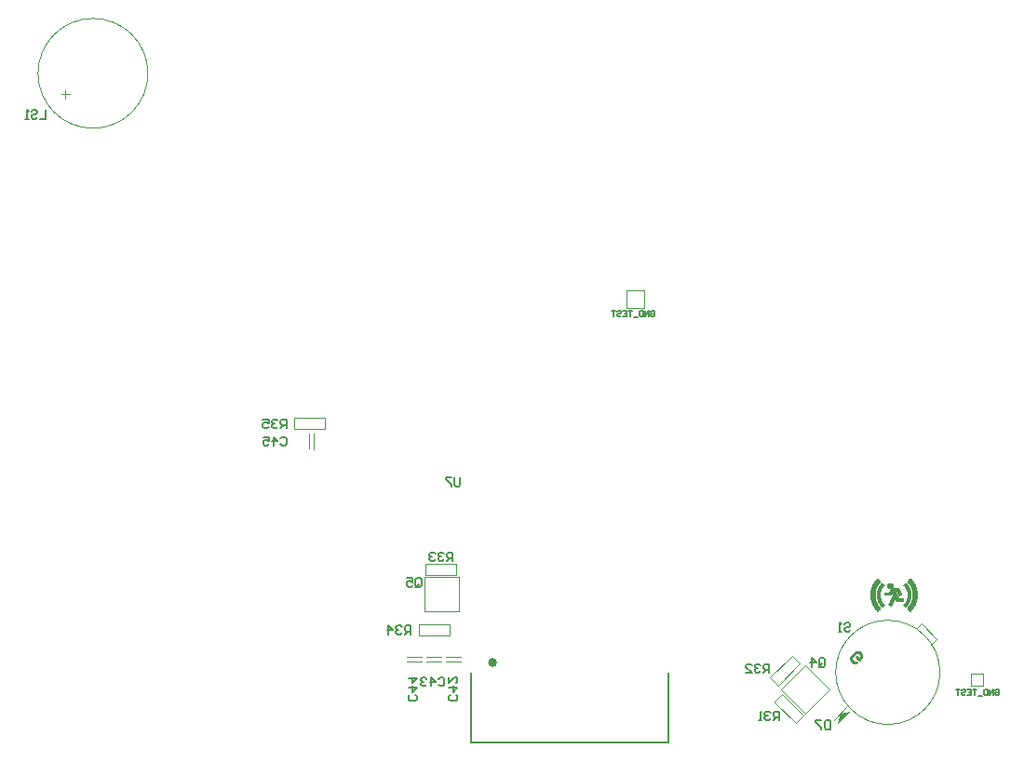
<source format=gbo>
G04*
G04 #@! TF.GenerationSoftware,Altium Limited,Altium Designer,23.7.1 (13)*
G04*
G04 Layer_Color=32896*
%FSLAX25Y25*%
%MOIN*%
G70*
G04*
G04 #@! TF.SameCoordinates,AA4D2978-76EA-46CB-BF31-C62278C5BCD9*
G04*
G04*
G04 #@! TF.FilePolarity,Positive*
G04*
G01*
G75*
%ADD11C,0.00394*%
%ADD12C,0.00787*%
%ADD15C,0.01000*%
%ADD22C,0.00591*%
%ADD207C,0.01575*%
%ADD208C,0.00092*%
G36*
X298173Y14631D02*
X293719Y10177D01*
X294554Y13796D01*
X298173Y14631D01*
D02*
G37*
D11*
X46685Y243200D02*
G03*
X46685Y243200I-19685J0D01*
G01*
X330271Y28600D02*
G03*
X330271Y28600I-18671J0D01*
G01*
X345750Y23750D02*
Y28200D01*
X341250Y23750D02*
X345750D01*
X341250D02*
Y28200D01*
X345750D01*
X218100Y165400D02*
X224300D01*
Y159200D02*
Y165400D01*
X218100Y159200D02*
X224300D01*
X218100D02*
Y165400D01*
X15583Y235720D02*
X18732D01*
X17157Y234145D02*
Y237295D01*
X143638Y41732D02*
X144032D01*
X143638D02*
Y45669D01*
X154661D01*
Y41732D02*
Y45669D01*
X144032Y41732D02*
X154661D01*
X139244Y34247D02*
X144756D01*
X139213Y32610D02*
X144725D01*
X146244Y34247D02*
X151756D01*
X146213Y32610D02*
X151725D01*
X153244Y34247D02*
X158756D01*
X153213Y32610D02*
X158725D01*
X145851Y50494D02*
Y62699D01*
X158055D01*
Y50494D02*
Y62699D01*
X145851Y50494D02*
X158055D01*
X156768Y67418D02*
X157162D01*
Y63481D02*
Y67418D01*
X146138Y63481D02*
X157162D01*
X146138D02*
Y67418D01*
X156768D01*
X327190Y38622D02*
X329138Y40571D01*
X323571Y46139D02*
X329138Y40571D01*
X321900Y44468D02*
X323571Y46139D01*
X292327Y11569D02*
X296781Y16023D01*
X271162Y17854D02*
X278678Y10338D01*
X281462Y13122D01*
X273667Y20917D02*
X281462Y13122D01*
X270883Y18133D02*
X273667Y20917D01*
X270883Y18133D02*
X271162Y17854D01*
X281961Y13791D02*
X290591Y22421D01*
X281961Y31051D02*
X290591Y22421D01*
X273331D02*
X281961Y31051D01*
X273331Y22421D02*
X281961Y13791D01*
X269511Y26744D02*
X277027Y34261D01*
X269511Y26744D02*
X272294Y23961D01*
X280089Y31756D01*
X277306Y34539D02*
X280089Y31756D01*
X277027Y34261D02*
X277306Y34539D01*
X98988Y119668D02*
X109618D01*
X98988Y115732D02*
Y119668D01*
Y115732D02*
X110012D01*
Y119668D01*
X109618D02*
X110012D01*
X104240Y108676D02*
Y114187D01*
X105878Y108644D02*
Y114156D01*
D12*
X162222Y3379D02*
X233088D01*
Y28576D01*
X162222Y3379D02*
Y28576D01*
X158524Y98374D02*
Y95750D01*
X157999Y95226D01*
X156949D01*
X156425Y95750D01*
Y98374D01*
X155375D02*
X153276D01*
Y97850D01*
X155375Y95750D01*
Y95226D01*
X296100Y45799D02*
X296625Y46324D01*
X297674D01*
X298199Y45799D01*
Y45275D01*
X297674Y44750D01*
X296625D01*
X296100Y44225D01*
Y43701D01*
X296625Y43176D01*
X297674D01*
X298199Y43701D01*
X295051Y43176D02*
X294001D01*
X294526D01*
Y46324D01*
X295051Y45799D01*
X269198Y28476D02*
Y31624D01*
X267624D01*
X267099Y31100D01*
Y30050D01*
X267624Y29525D01*
X269198D01*
X268149D02*
X267099Y28476D01*
X266050Y31100D02*
X265525Y31624D01*
X264475D01*
X263950Y31100D01*
Y30575D01*
X264475Y30050D01*
X265000D01*
X264475D01*
X263950Y29525D01*
Y29000D01*
X264475Y28476D01*
X265525D01*
X266050Y29000D01*
X260802Y28476D02*
X262901D01*
X260802Y30575D01*
Y31100D01*
X261327Y31624D01*
X262376D01*
X262901Y31100D01*
X272773Y11476D02*
Y14624D01*
X271199D01*
X270674Y14099D01*
Y13050D01*
X271199Y12525D01*
X272773D01*
X271724D02*
X270674Y11476D01*
X269625Y14099D02*
X269100Y14624D01*
X268051D01*
X267526Y14099D01*
Y13575D01*
X268051Y13050D01*
X268575D01*
X268051D01*
X267526Y12525D01*
Y12000D01*
X268051Y11476D01*
X269100D01*
X269625Y12000D01*
X266476Y11476D02*
X265427D01*
X265951D01*
Y14624D01*
X266476Y14099D01*
X155848Y68476D02*
Y71624D01*
X154274D01*
X153749Y71100D01*
Y70050D01*
X154274Y69525D01*
X155848D01*
X154799D02*
X153749Y68476D01*
X152699Y71100D02*
X152175Y71624D01*
X151125D01*
X150601Y71100D01*
Y70575D01*
X151125Y70050D01*
X151650D01*
X151125D01*
X150601Y69525D01*
Y69001D01*
X151125Y68476D01*
X152175D01*
X152699Y69001D01*
X149551Y71100D02*
X149026Y71624D01*
X147977D01*
X147452Y71100D01*
Y70575D01*
X147977Y70050D01*
X148501D01*
X147977D01*
X147452Y69525D01*
Y69001D01*
X147977Y68476D01*
X149026D01*
X149551Y69001D01*
X96262Y116100D02*
Y119249D01*
X94688D01*
X94163Y118724D01*
Y117674D01*
X94688Y117149D01*
X96262D01*
X95213D02*
X94163Y116100D01*
X93114Y118724D02*
X92589Y119249D01*
X91540D01*
X91015Y118724D01*
Y118199D01*
X91540Y117674D01*
X92064D01*
X91540D01*
X91015Y117149D01*
Y116625D01*
X91540Y116100D01*
X92589D01*
X93114Y116625D01*
X87866Y119249D02*
X89965D01*
Y117674D01*
X88916Y118199D01*
X88391D01*
X87866Y117674D01*
Y116625D01*
X88391Y116100D01*
X89440D01*
X89965Y116625D01*
X140698Y42226D02*
Y45374D01*
X139124D01*
X138599Y44850D01*
Y43800D01*
X139124Y43275D01*
X140698D01*
X139649D02*
X138599Y42226D01*
X137549Y44850D02*
X137025Y45374D01*
X135975D01*
X135450Y44850D01*
Y44325D01*
X135975Y43800D01*
X136500D01*
X135975D01*
X135450Y43275D01*
Y42750D01*
X135975Y42226D01*
X137025D01*
X137549Y42750D01*
X132827Y42226D02*
Y45374D01*
X134401Y43800D01*
X132302D01*
X286975Y31150D02*
Y33250D01*
X287499Y33774D01*
X288549D01*
X289074Y33250D01*
Y31150D01*
X288549Y30626D01*
X287499D01*
X288024Y31675D02*
X286975Y30626D01*
X287499D02*
X286975Y31150D01*
X284351Y30626D02*
Y33774D01*
X285925Y32200D01*
X283826D01*
X142525Y59750D02*
Y61849D01*
X143050Y62374D01*
X144099D01*
X144624Y61849D01*
Y59750D01*
X144099Y59226D01*
X143050D01*
X143574Y60275D02*
X142525Y59226D01*
X143050D02*
X142525Y59750D01*
X139376Y62374D02*
X141475D01*
Y60800D01*
X140426Y61325D01*
X139901D01*
X139376Y60800D01*
Y59750D01*
X139901Y59226D01*
X140951D01*
X141475Y59750D01*
X10173Y230124D02*
Y226976D01*
X8074D01*
X4926Y229599D02*
X5451Y230124D01*
X6500D01*
X7025Y229599D01*
Y229075D01*
X6500Y228550D01*
X5451D01*
X4926Y228025D01*
Y227501D01*
X5451Y226976D01*
X6500D01*
X7025Y227501D01*
X3876Y226976D02*
X2827D01*
X3351D01*
Y230124D01*
X3876Y229599D01*
X290974Y11424D02*
Y8276D01*
X289400D01*
X288875Y8800D01*
Y10899D01*
X289400Y11424D01*
X290974D01*
X287825D02*
X285726D01*
Y10899D01*
X287825Y8800D01*
Y8276D01*
X94201Y112424D02*
X94726Y112949D01*
X95775D01*
X96300Y112424D01*
Y110325D01*
X95775Y109800D01*
X94726D01*
X94201Y110325D01*
X91577Y109800D02*
Y112949D01*
X93151Y111374D01*
X91052D01*
X87904Y112949D02*
X90003D01*
Y111374D01*
X88953Y111899D01*
X88428D01*
X87904Y111374D01*
Y110325D01*
X88428Y109800D01*
X89478D01*
X90003Y110325D01*
X157000Y20551D02*
X157524Y20026D01*
Y18977D01*
X157000Y18452D01*
X154901D01*
X154376Y18977D01*
Y20026D01*
X154901Y20551D01*
X154376Y23175D02*
X157524D01*
X155950Y21600D01*
Y23699D01*
X154376Y26848D02*
Y24749D01*
X156475Y26848D01*
X157000D01*
X157524Y26323D01*
Y25274D01*
X157000Y24749D01*
X150699Y26300D02*
X151224Y26824D01*
X152273D01*
X152798Y26300D01*
Y24201D01*
X152273Y23676D01*
X151224D01*
X150699Y24201D01*
X148075Y23676D02*
Y26824D01*
X149650Y25250D01*
X147550D01*
X146501Y26300D02*
X145976Y26824D01*
X144927D01*
X144402Y26300D01*
Y25775D01*
X144927Y25250D01*
X145451D01*
X144927D01*
X144402Y24725D01*
Y24201D01*
X144927Y23676D01*
X145976D01*
X146501Y24201D01*
X142499Y20551D02*
X143024Y20026D01*
Y18977D01*
X142499Y18452D01*
X140401D01*
X139876Y18977D01*
Y20026D01*
X140401Y20551D01*
X139876Y23175D02*
X143024D01*
X141450Y21600D01*
Y23699D01*
X139876Y26323D02*
X143024D01*
X141450Y24749D01*
Y26848D01*
D15*
X300279Y32198D02*
X299351D01*
X298424Y33126D01*
Y34053D01*
X300279Y35909D01*
X301207D01*
X302134Y34981D01*
Y34053D01*
X301207Y33126D01*
X300279Y34053D01*
D22*
X349948Y22158D02*
X350275Y22486D01*
X350932D01*
X351259Y22158D01*
Y20846D01*
X350932Y20518D01*
X350275D01*
X349948Y20846D01*
Y21502D01*
X350604D01*
X349292Y20518D02*
Y22486D01*
X347980Y20518D01*
Y22486D01*
X347324D02*
Y20518D01*
X346340D01*
X346012Y20846D01*
Y22158D01*
X346340Y22486D01*
X347324D01*
X345356Y20190D02*
X344044D01*
X343388Y22486D02*
X342076D01*
X342732D01*
Y20518D01*
X340108Y22486D02*
X341420D01*
Y20518D01*
X340108D01*
X341420Y21502D02*
X340764D01*
X338140Y22158D02*
X338468Y22486D01*
X339124D01*
X339452Y22158D01*
Y21830D01*
X339124Y21502D01*
X338468D01*
X338140Y21174D01*
Y20846D01*
X338468Y20518D01*
X339124D01*
X339452Y20846D01*
X337484Y22486D02*
X336173D01*
X336828D01*
Y20518D01*
X226598Y157908D02*
X226925Y158236D01*
X227582D01*
X227909Y157908D01*
Y156597D01*
X227582Y156269D01*
X226925D01*
X226598Y156597D01*
Y157252D01*
X227254D01*
X225942Y156269D02*
Y158236D01*
X224630Y156269D01*
Y158236D01*
X223974D02*
Y156269D01*
X222990D01*
X222662Y156597D01*
Y157908D01*
X222990Y158236D01*
X223974D01*
X222006Y155940D02*
X220694D01*
X220038Y158236D02*
X218726D01*
X219382D01*
Y156269D01*
X216758Y158236D02*
X218070D01*
Y156269D01*
X216758D01*
X218070Y157252D02*
X217414D01*
X214790Y157908D02*
X215118Y158236D01*
X215774D01*
X216102Y157908D01*
Y157580D01*
X215774Y157252D01*
X215118D01*
X214790Y156924D01*
Y156597D01*
X215118Y156269D01*
X215774D01*
X216102Y156597D01*
X214134Y158236D02*
X212823D01*
X213478D01*
Y156269D01*
D207*
X170884Y32120D02*
G03*
X170884Y32120I-787J0D01*
G01*
D208*
X318001Y53916D02*
X319193D01*
X320018D02*
X321576D01*
X320110Y54008D02*
X321668D01*
X318092Y54100D02*
X319193D01*
X318001Y54008D02*
X319193D01*
X319834Y53549D02*
X321485D01*
X319926Y53641D02*
X321485D01*
X320110Y54191D02*
X321668D01*
X319926Y53733D02*
X321576D01*
X320018Y53825D02*
X321576D01*
X318184Y54191D02*
X319284D01*
X320385Y55200D02*
X321943D01*
X320476Y55567D02*
X321943D01*
X320476Y56025D02*
X321943D01*
X320476Y55750D02*
X321943D01*
X320476Y55658D02*
X321943D01*
X320476Y56117D02*
X321943D01*
X320476Y55383D02*
X321943D01*
X320385Y55291D02*
X321943D01*
X320476Y55475D02*
X321943D01*
X320476Y55933D02*
X321943D01*
X320476Y55842D02*
X321943D01*
X307732Y55658D02*
X308740D01*
X313417Y56117D02*
X314883D01*
X313325Y55933D02*
X314975D01*
X313233Y55750D02*
X315067D01*
X313050Y55475D02*
X315250D01*
X313141Y55567D02*
X315159D01*
X313233Y55842D02*
X315067D01*
X313141Y55658D02*
X315159D01*
X313325Y56025D02*
X314975D01*
X307732Y55933D02*
X308740D01*
X307732Y55750D02*
X308740D01*
X318551Y55291D02*
X319559D01*
X318459Y55016D02*
X319559D01*
X318551Y55200D02*
X319559D01*
X318459Y54833D02*
X319468D01*
X318459Y54925D02*
X319468D01*
X314608Y54375D02*
X316900D01*
X314700Y54191D02*
X316900D01*
X317726Y53549D02*
X319009D01*
X317909Y53825D02*
X319101D01*
X317909Y53733D02*
X319101D01*
X314608Y54283D02*
X316900D01*
X312683Y54741D02*
X313875D01*
X314242Y55016D02*
X316900D01*
X314242Y55108D02*
X315434D01*
X318642Y56117D02*
X319651D01*
X312775Y54925D02*
X313967D01*
X312866Y55108D02*
X314058D01*
X312591Y54558D02*
X313783D01*
X314517D02*
X316900D01*
X313050Y55383D02*
X315250D01*
X314425Y54650D02*
X316900D01*
X312591Y54466D02*
X313783D01*
X312683Y54650D02*
X313875D01*
X312866Y55016D02*
X314058D01*
X314333Y54833D02*
X316900D01*
X314425Y54741D02*
X316900D01*
X312500Y54375D02*
X313691D01*
X308099Y54191D02*
X309199D01*
X305715Y54283D02*
X307182D01*
X312408Y54191D02*
X313600D01*
X312500Y54283D02*
X313691D01*
X308099D02*
X309199D01*
X305715Y54191D02*
X307274D01*
X305715Y54100D02*
X307274D01*
X305807Y53733D02*
X307457D01*
X305898Y53641D02*
X307457D01*
X308190Y53916D02*
X309382D01*
X305715Y54008D02*
X307274D01*
X305807Y53916D02*
X307365D01*
X308190Y54008D02*
X309382D01*
X305807Y53825D02*
X307365D01*
X307824Y55016D02*
X308924D01*
X307824Y55200D02*
X308832D01*
X308374Y53549D02*
X309657D01*
X305898D02*
X307549D01*
X312225Y53733D02*
X313417D01*
X308282D02*
X309474D01*
X312225Y53825D02*
X313417D01*
X308282D02*
X309474D01*
X312316Y54008D02*
X313508D01*
X312408Y54100D02*
X313600D01*
X308374Y53641D02*
X309566D01*
X312133D02*
X313325D01*
X308190Y54100D02*
X309291D01*
X320201Y54283D02*
X321668D01*
X320293Y54650D02*
X321760D01*
X320293Y54558D02*
X321760D01*
X320201Y54375D02*
X321760D01*
X318276D02*
X319376D01*
X318368Y54650D02*
X319468D01*
X320201Y54466D02*
X321760D01*
X320385Y54925D02*
X321851D01*
X320293Y54741D02*
X321851D01*
X320385Y55108D02*
X321851D01*
X318368Y54741D02*
X319468D01*
X318184Y54283D02*
X319284D01*
X318276Y54558D02*
X319376D01*
X318642Y55567D02*
X319651D01*
X318642Y55933D02*
X319651D01*
X318642Y55658D02*
X319651D01*
X318551Y55475D02*
X319651D01*
X318642Y56025D02*
X319651D01*
X318642Y55750D02*
X319651D01*
X318642Y55842D02*
X319651D01*
X305440Y57033D02*
X306907D01*
X307732Y57309D02*
X308740D01*
X305440D02*
X306907D01*
X305440Y57400D02*
X306907D01*
X307732Y56942D02*
X308740D01*
X307732Y57033D02*
X308740D01*
X307732Y57400D02*
X308832D01*
X305440Y56392D02*
X306907D01*
X307732Y57125D02*
X308740D01*
X305440Y56758D02*
X306907D01*
X307732D02*
X308740D01*
X313417Y56208D02*
X314883D01*
X318551Y55383D02*
X319559D01*
X312958Y55291D02*
X315342D01*
X305440Y55658D02*
X306907D01*
X307732Y56117D02*
X308740D01*
X305440D02*
X306907D01*
X308007Y58500D02*
X309107D01*
X305623Y58409D02*
X307182D01*
X305623Y58317D02*
X307090D01*
X307915Y58225D02*
X309016D01*
X308007Y58317D02*
X309107D01*
X305623Y58225D02*
X307090D01*
X308007Y58409D02*
X309107D01*
X314883Y57492D02*
X316075D01*
X314792Y57675D02*
X315984D01*
X318368Y58225D02*
X319468D01*
X318459Y57859D02*
X319559D01*
X318551Y57492D02*
X319559D01*
X312500Y58042D02*
X315800D01*
X312316Y57767D02*
X314058D01*
X314792Y57584D02*
X315984D01*
X314883Y57400D02*
X316075D01*
X318276Y58409D02*
X319376D01*
X312133Y57584D02*
X314150D01*
X315067Y57125D02*
X316259D01*
X313233D02*
X314425D01*
X305532Y55108D02*
X306998D01*
X305532Y54833D02*
X307090D01*
X305532Y54741D02*
X307090D01*
X305623Y54466D02*
X307182D01*
X305623Y54375D02*
X307182D01*
X305623Y54650D02*
X307090D01*
X305532Y54925D02*
X306998D01*
X305532Y55016D02*
X306998D01*
X305623Y54558D02*
X307090D01*
X307824Y57492D02*
X308832D01*
X307824Y57767D02*
X308924D01*
X307824Y57859D02*
X308924D01*
X307915Y58042D02*
X308924D01*
X305440Y57584D02*
X306998D01*
X307824D02*
X308832D01*
X305532Y58042D02*
X307090D01*
X307824Y57675D02*
X308832D01*
X305532Y57859D02*
X306998D01*
X307915Y57950D02*
X308924D01*
X305440Y57492D02*
X306907D01*
X305532Y58134D02*
X307090D01*
X318459Y55108D02*
X319559D01*
X314333Y54925D02*
X316900D01*
X314517Y54466D02*
X316900D01*
X312958Y55200D02*
X315342D01*
X312775Y54833D02*
X313967D01*
X318276Y54466D02*
X319376D01*
X305440Y55291D02*
X306998D01*
X305440Y56025D02*
X306907D01*
X307732Y55842D02*
X308740D01*
X305440Y55383D02*
X306907D01*
X307732Y55475D02*
X308832D01*
X305440D02*
X306907D01*
X307732Y55567D02*
X308740D01*
X305440Y55842D02*
X306907D01*
X305440Y55750D02*
X306907D01*
X307824Y55383D02*
X308832D01*
X307732Y56025D02*
X308740D01*
X305440Y55933D02*
X306907D01*
X307824Y55291D02*
X308832D01*
X305440Y55200D02*
X306998D01*
X305440Y55567D02*
X306907D01*
X308007Y54375D02*
X309107D01*
X308007Y54558D02*
X309107D01*
X307915Y54925D02*
X308924D01*
X307915Y54741D02*
X309016D01*
X307915Y54650D02*
X309016D01*
X307824Y55108D02*
X308924D01*
X308007Y54466D02*
X309107D01*
X307915Y54833D02*
X309016D01*
X317634Y53366D02*
X318826D01*
X317359Y53091D02*
X318734D01*
X319651Y53183D02*
X321301D01*
X317542Y53274D02*
X318826D01*
X317267Y52999D02*
X318642D01*
X317451Y52633D02*
X318368D01*
X317176Y52908D02*
X318551D01*
X319284Y52541D02*
X321026D01*
X312041Y53366D02*
X313233D01*
X317451Y53183D02*
X318734D01*
X319468Y52816D02*
X321210D01*
X319559Y52908D02*
X321210D01*
X319651Y53091D02*
X321301D01*
X319376Y52724D02*
X321118D01*
X319284Y50799D02*
X319834D01*
X318918Y51166D02*
X320110D01*
X319101Y50982D02*
X319926D01*
X307549Y50891D02*
X308190D01*
X319193D02*
X319834D01*
X305990Y53366D02*
X307640D01*
X306173Y52908D02*
X307824D01*
X306173Y52816D02*
X307915D01*
X306357Y52541D02*
X308099D01*
X306082Y53183D02*
X307732D01*
X306082Y53091D02*
X307732D01*
X307457Y50982D02*
X308282D01*
X306815Y51716D02*
X308740D01*
X307365Y51074D02*
X308374D01*
X306632Y52083D02*
X308466D01*
X307274Y51166D02*
X308466D01*
X306815Y51807D02*
X308649D01*
X306632Y51991D02*
X308557D01*
X307090Y51441D02*
X308740D01*
X307090Y51349D02*
X308649D01*
X306723Y51899D02*
X308649D01*
X307182Y51257D02*
X308557D01*
X320385Y55016D02*
X321851D01*
X319834Y53458D02*
X321485D01*
X317817Y53641D02*
X319009D01*
X317726Y53458D02*
X318918D01*
X312041D02*
X313233D01*
X312133Y53549D02*
X313325D01*
X308466Y53458D02*
X309657D01*
X312316Y53916D02*
X313508D01*
X320293Y54833D02*
X321851D01*
X320110Y54100D02*
X321668D01*
X305898Y53458D02*
X307549D01*
X319743Y53366D02*
X321393D01*
X319468Y50616D02*
X319651D01*
X317359Y52724D02*
X318459D01*
X319376Y50707D02*
X319743D01*
X319559Y52999D02*
X321301D01*
X307549Y50799D02*
X308099D01*
X307640Y50707D02*
X308007D01*
X319376Y52633D02*
X321118D01*
X319009Y51074D02*
X320018D01*
X319743Y53274D02*
X321393D01*
X307732Y50616D02*
X307915D01*
X318826Y51257D02*
X320201D01*
X312316Y52724D02*
X312866D01*
X311949Y52908D02*
X312958D01*
X312500Y52633D02*
X312866D01*
X311949Y53274D02*
X313141D01*
X311858Y53091D02*
X313050D01*
X312133Y52816D02*
X312958D01*
X317267D02*
X318459D01*
X317726Y52358D02*
X318092D01*
X317817Y52266D02*
X318001D01*
X317542Y52541D02*
X318276D01*
X317634Y52449D02*
X318184D01*
X308557Y53366D02*
X309749D01*
X308649Y53183D02*
X309932D01*
X308832Y52908D02*
X310208D01*
X308557Y53274D02*
X309841D01*
X308924Y52816D02*
X310116D01*
X305990Y53274D02*
X307640D01*
X311858Y52999D02*
X313050D01*
X308649Y53091D02*
X310024D01*
X311949Y53183D02*
X313141D01*
X306998Y51532D02*
X308832D01*
X309016Y52633D02*
X309932D01*
X308740Y52999D02*
X310116D01*
X306173D02*
X307824D01*
X306540Y52174D02*
X308374D01*
X306907Y51624D02*
X308832D01*
X318734Y51349D02*
X320293D01*
X318918Y52083D02*
X320751D01*
X319009Y52174D02*
X320843D01*
X319193Y52449D02*
X321026D01*
X318551Y51624D02*
X320476D01*
X319101Y52266D02*
X320843D01*
X318734Y51807D02*
X320568D01*
X318734Y51899D02*
X320660D01*
X318642Y51441D02*
X320293D01*
X318551Y51532D02*
X320385D01*
X319193Y52358D02*
X320935D01*
X318826Y51991D02*
X320751D01*
X318642Y51716D02*
X320568D01*
X309382Y52266D02*
X309566D01*
X306448Y52358D02*
X308190D01*
X309199Y52449D02*
X309749D01*
X312683Y52541D02*
X312775D01*
X306265Y52633D02*
X308007D01*
X306448Y52449D02*
X308190D01*
X306265Y52724D02*
X308007D01*
X306540Y52266D02*
X308282D01*
X308924Y52724D02*
X310024D01*
X309291Y52358D02*
X309657D01*
X309107Y52541D02*
X309841D01*
X311858Y60518D02*
X312775D01*
X311399Y60059D02*
X313233D01*
X311399Y59967D02*
X313233D01*
X311399Y59784D02*
X313233D01*
X311583Y60334D02*
X313050D01*
X311399Y59876D02*
X313233D01*
X311583Y60242D02*
X313050D01*
X311766Y60426D02*
X312866D01*
X308832Y59967D02*
X310208D01*
X309016Y60242D02*
X309932D01*
X309382Y60609D02*
X309566D01*
X306632Y60793D02*
X308466D01*
X309291Y60518D02*
X309657D01*
X308924Y60151D02*
X310024D01*
X309107Y60334D02*
X309841D01*
X308924Y60059D02*
X310116D01*
X306173D02*
X307915D01*
X306173Y59967D02*
X307824D01*
X309199Y60426D02*
X309749D01*
X319009Y61801D02*
X320018D01*
X319468Y62260D02*
X319651D01*
X319193Y61984D02*
X319926D01*
X318826Y61618D02*
X320201D01*
X318918Y61709D02*
X320110D01*
X319101Y61893D02*
X319926D01*
X318734Y61526D02*
X320293D01*
X318551Y61343D02*
X320385D01*
X319376Y62168D02*
X319743D01*
X319284Y62076D02*
X319834D01*
X312866Y58592D02*
X315525D01*
X312866Y58684D02*
X315434D01*
X311583Y59051D02*
X313050D01*
X311491Y60151D02*
X313141D01*
X311858Y58776D02*
X312775D01*
X306357Y60426D02*
X308190D01*
X306448Y60518D02*
X308190D01*
X306907Y61251D02*
X308832D01*
X306357Y60334D02*
X308099D01*
X306815Y61068D02*
X308649D01*
X306723Y60976D02*
X308649D01*
X306815Y61159D02*
X308740D01*
X306632Y60884D02*
X308557D01*
X306265Y60242D02*
X308007D01*
X306540Y60701D02*
X308374D01*
X306540Y60609D02*
X308282D01*
X306265Y60151D02*
X308007D01*
X306998Y61343D02*
X308832D01*
X307090Y61434D02*
X308740D01*
X308099Y58592D02*
X309199D01*
X308466Y59417D02*
X309657D01*
X308190Y58959D02*
X309382D01*
X308557Y59601D02*
X309841D01*
X308099Y58684D02*
X309199D01*
X308190Y58776D02*
X309291D01*
X308282Y59142D02*
X309474D01*
X308374Y59326D02*
X309657D01*
X308282Y59051D02*
X309474D01*
X308374Y59234D02*
X309566D01*
X308649Y59784D02*
X310024D01*
X308557Y59509D02*
X309749D01*
X308190Y58867D02*
X309382D01*
X308740Y59876D02*
X310116D01*
X308649Y59692D02*
X309932D01*
X319743Y59601D02*
X321393D01*
X319743Y59509D02*
X321393D01*
X317726Y59417D02*
X318918D01*
X319834Y59326D02*
X321485D01*
X317726D02*
X319009D01*
X317817Y59234D02*
X319009D01*
X319926D02*
X321485D01*
X319651Y59692D02*
X321301D01*
X319651Y59784D02*
X321301D01*
X319834Y59417D02*
X321485D01*
X307457Y61893D02*
X308282D01*
X307549Y61984D02*
X308190D01*
X307732Y62260D02*
X307915D01*
X307274Y61709D02*
X308466D01*
X307182Y61618D02*
X308557D01*
X307365Y61801D02*
X308374D01*
X307549Y62076D02*
X308099D01*
X307640Y62168D02*
X308007D01*
X307090Y61526D02*
X308649D01*
X319193Y60426D02*
X321026D01*
X317176Y59967D02*
X318551D01*
X317542Y59601D02*
X318826D01*
X318642Y61434D02*
X320293D01*
X318826Y60884D02*
X320751D01*
X317726Y60518D02*
X318092D01*
X317542Y60334D02*
X318276D01*
X319284D02*
X321026D01*
X317359Y59784D02*
X318734D01*
X317634Y59509D02*
X318826D01*
X319193Y60518D02*
X320935D01*
X317634Y60426D02*
X318184D01*
X317451Y59692D02*
X318734D01*
X318551Y61251D02*
X320476D01*
X306082Y59784D02*
X307732D01*
X305898Y59417D02*
X307549D01*
X305715Y58776D02*
X307274D01*
X305898Y59234D02*
X307457D01*
X305807Y58959D02*
X307365D01*
X306082Y59692D02*
X307732D01*
X305990Y59509D02*
X307640D01*
X305990Y59601D02*
X307640D01*
X305807Y59142D02*
X307457D01*
X305715Y58867D02*
X307274D01*
X305807Y59051D02*
X307365D01*
X305715Y58684D02*
X307274D01*
X305715Y58592D02*
X307182D01*
X305898Y59326D02*
X307549D01*
X306173Y59876D02*
X307824D01*
X319559Y59967D02*
X321210D01*
X317451Y60242D02*
X318368D01*
X317267Y60059D02*
X318459D01*
X319376Y60242D02*
X321118D01*
X319376Y60151D02*
X321118D01*
X319559Y59876D02*
X321301D01*
X317267D02*
X318642D01*
X317359Y60151D02*
X318459D01*
X319468Y60059D02*
X321210D01*
X317817Y60609D02*
X318001D01*
X318826Y60976D02*
X320660D01*
X318734Y61068D02*
X320568D01*
X319009Y60701D02*
X320843D01*
X318642Y61159D02*
X320568D01*
X318918Y60793D02*
X320751D01*
X319101Y60609D02*
X320843D01*
X320201Y58592D02*
X321668D01*
X320018Y59051D02*
X321576D01*
X319926Y59142D02*
X321576D01*
X320110Y58776D02*
X321668D01*
X317909Y59051D02*
X319101D01*
X318001Y58959D02*
X319193D01*
X318184Y58684D02*
X319284D01*
X320018Y58959D02*
X321576D01*
X318092Y58776D02*
X319193D01*
X317909Y59142D02*
X319101D01*
X318092Y58867D02*
X319193D01*
X318184Y58592D02*
X319284D01*
X320110Y58684D02*
X321668D01*
X320110Y58867D02*
X321668D01*
X311766D02*
X312866D01*
X311491Y59142D02*
X313141D01*
X311399Y59326D02*
X313233D01*
X311399Y59417D02*
X313233D01*
X311583Y58959D02*
X313050D01*
X311399Y59601D02*
X313233D01*
X311399Y59692D02*
X313233D01*
X311399Y59234D02*
X313233D01*
X311399Y59509D02*
X313233D01*
X312500Y58134D02*
X315709D01*
X312408Y57950D02*
X315800D01*
X312683Y58317D02*
X315617D01*
X312683Y58409D02*
X315617D01*
X312316Y57859D02*
X315892D01*
X312775Y58500D02*
X315525D01*
X307915Y58134D02*
X309016D01*
X305532Y57767D02*
X306998D01*
X305623Y58500D02*
X307182D01*
X305532Y57950D02*
X306998D01*
X312591Y58225D02*
X315709D01*
X314700Y57767D02*
X315892D01*
X318276Y58500D02*
X319376D01*
X320385Y57767D02*
X321851D01*
X318551Y57675D02*
X319559D01*
X320293Y58317D02*
X321760D01*
X320201Y58500D02*
X321760D01*
X318551Y57584D02*
X319559D01*
X320385Y57859D02*
X321851D01*
X318459Y57950D02*
X319468D01*
X320385Y57584D02*
X321943D01*
X318368Y58134D02*
X319468D01*
X320293Y58225D02*
X321760D01*
X320385Y57675D02*
X321943D01*
X318459Y57767D02*
X319559D01*
X318459Y58042D02*
X319468D01*
X318276Y58317D02*
X319376D01*
X305440Y56850D02*
X306907D01*
X313325D02*
X314517D01*
X307732D02*
X308740D01*
X320476D02*
X321943D01*
X315159D02*
X316350D01*
X318642D02*
X319651D01*
X310483D02*
X312866D01*
X305440Y56575D02*
X306907D01*
X310483Y56667D02*
X312775D01*
X307732D02*
X308740D01*
X307732Y56300D02*
X308740D01*
X307732Y56392D02*
X308740D01*
X307732Y56483D02*
X308740D01*
X310483D02*
X312683D01*
X305440D02*
X306907D01*
X307732Y56575D02*
X308740D01*
X305440Y56208D02*
X306907D01*
X310483Y56758D02*
X312866D01*
X305440Y56942D02*
X306907D01*
X310483Y56575D02*
X312683D01*
X305440Y56300D02*
X306907D01*
X305440Y57125D02*
X306907D01*
X307732Y56208D02*
X308740D01*
X318642Y57125D02*
X319651D01*
X318642Y56942D02*
X319651D01*
X320476Y57033D02*
X321943D01*
X315159Y56942D02*
X316350D01*
X314975Y57217D02*
X316167D01*
X320476D02*
X321943D01*
X320476Y56942D02*
X321943D01*
X320476Y57309D02*
X321943D01*
X318642D02*
X319651D01*
X318642Y57033D02*
X319651D01*
X314975Y57309D02*
X316167D01*
X315067Y57033D02*
X316259D01*
X320476Y57125D02*
X321943D01*
X318642Y57217D02*
X319651D01*
X318551Y57400D02*
X319651D01*
X320476Y56758D02*
X321943D01*
X315250D02*
X316442D01*
X320476Y56667D02*
X321943D01*
X313417Y56758D02*
X314608D01*
X318642Y56667D02*
X319651D01*
X315250D02*
X316442D01*
X318642Y56758D02*
X319651D01*
X313417Y56667D02*
X314608D01*
X310483Y56942D02*
X312958D01*
X313325D02*
X314517D01*
X312041Y57400D02*
X314242D01*
X312225Y57675D02*
X314150D01*
X313233Y57033D02*
X314425D01*
X310483Y57217D02*
X314333D01*
X310483Y57309D02*
X314333D01*
X310483Y57125D02*
X313050D01*
X310483Y57033D02*
X313050D01*
X313508Y56575D02*
X314700D01*
X313508Y56300D02*
X314792D01*
X313508Y56392D02*
X314792D01*
X320476Y56575D02*
X321943D01*
X313508Y56483D02*
X314700D01*
X315342Y56575D02*
X316350D01*
X320476Y57492D02*
X321943D01*
X320201Y58409D02*
X321760D01*
X320293Y58134D02*
X321851D01*
X320385Y57950D02*
X321851D01*
X320293Y58042D02*
X321851D01*
X320476Y57400D02*
X321943D01*
X320476Y56392D02*
X321943D01*
X318642Y56208D02*
X319651D01*
X315342Y56483D02*
X316167D01*
X318642D02*
X319651D01*
X318642Y56392D02*
X319651D01*
X315525Y56208D02*
X315617D01*
X315434Y56392D02*
X315984D01*
X320476Y56208D02*
X321943D01*
X315434Y56300D02*
X315800D01*
X320476D02*
X321943D01*
X320476Y56483D02*
X321943D01*
X318642Y56575D02*
X319651D01*
X318642Y56300D02*
X319651D01*
X305440Y57675D02*
X306998D01*
X312133Y57492D02*
X314242D01*
X305440Y56667D02*
X306907D01*
X305440Y57217D02*
X306907D01*
X307732D02*
X308740D01*
M02*

</source>
